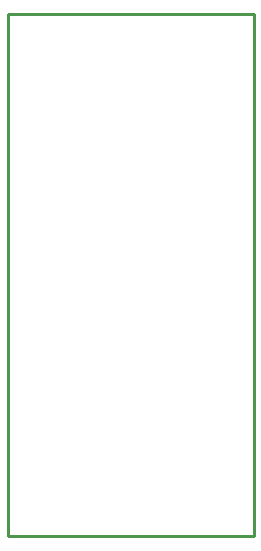
<source format=gbr>
G04 EAGLE Gerber RS-274X export*
G75*
%MOMM*%
%FSLAX34Y34*%
%LPD*%
%IN*%
%IPPOS*%
%AMOC8*
5,1,8,0,0,1.08239X$1,22.5*%
G01*
%ADD10C,0.254000*%


D10*
X-15240Y-2540D02*
X193040Y-2540D01*
X193040Y439420D01*
X-15240Y439420D01*
X-15240Y-2540D01*
M02*

</source>
